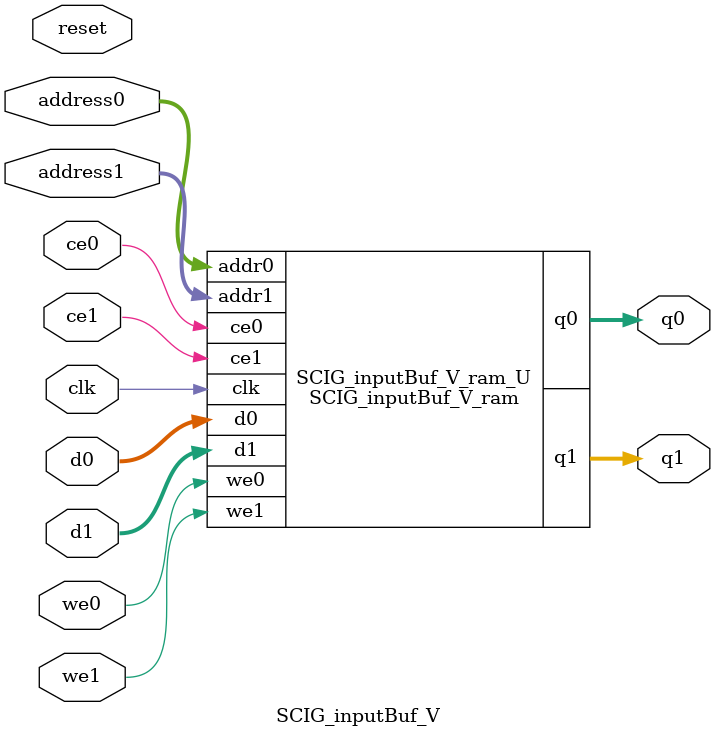
<source format=v>
`timescale 1 ns / 1 ps
module SCIG_inputBuf_V_ram (addr0, ce0, d0, we0, q0, addr1, ce1, d1, we1, q1,  clk);

parameter DWIDTH = 8;
parameter AWIDTH = 14;
parameter MEM_SIZE = 10500;

input[AWIDTH-1:0] addr0;
input ce0;
input[DWIDTH-1:0] d0;
input we0;
output reg[DWIDTH-1:0] q0;
input[AWIDTH-1:0] addr1;
input ce1;
input[DWIDTH-1:0] d1;
input we1;
output reg[DWIDTH-1:0] q1;
input clk;

(* ram_style = "block" *)reg [DWIDTH-1:0] ram[0:MEM_SIZE-1];




always @(posedge clk)  
begin 
    if (ce0) 
    begin
        if (we0) 
        begin 
            ram[addr0] <= d0; 
        end 
        q0 <= ram[addr0];
    end
end


always @(posedge clk)  
begin 
    if (ce1) 
    begin
        if (we1) 
        begin 
            ram[addr1] <= d1; 
        end 
        q1 <= ram[addr1];
    end
end


endmodule

`timescale 1 ns / 1 ps
module SCIG_inputBuf_V(
    reset,
    clk,
    address0,
    ce0,
    we0,
    d0,
    q0,
    address1,
    ce1,
    we1,
    d1,
    q1);

parameter DataWidth = 32'd8;
parameter AddressRange = 32'd10500;
parameter AddressWidth = 32'd14;
input reset;
input clk;
input[AddressWidth - 1:0] address0;
input ce0;
input we0;
input[DataWidth - 1:0] d0;
output[DataWidth - 1:0] q0;
input[AddressWidth - 1:0] address1;
input ce1;
input we1;
input[DataWidth - 1:0] d1;
output[DataWidth - 1:0] q1;



SCIG_inputBuf_V_ram SCIG_inputBuf_V_ram_U(
    .clk( clk ),
    .addr0( address0 ),
    .ce0( ce0 ),
    .we0( we0 ),
    .d0( d0 ),
    .q0( q0 ),
    .addr1( address1 ),
    .ce1( ce1 ),
    .we1( we1 ),
    .d1( d1 ),
    .q1( q1 ));

endmodule


</source>
